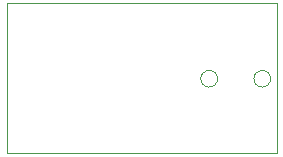
<source format=gko>
G75*
G70*
%OFA0B0*%
%FSLAX24Y24*%
%IPPOS*%
%LPD*%
%AMOC8*
5,1,8,0,0,1.08239X$1,22.5*
%
%ADD10C,0.0000*%
D10*
X000180Y000250D02*
X000180Y005250D01*
X009180Y005250D01*
X009180Y000250D01*
X000180Y000250D01*
X006632Y002750D02*
X006634Y002783D01*
X006640Y002815D01*
X006649Y002846D01*
X006662Y002876D01*
X006679Y002904D01*
X006699Y002930D01*
X006722Y002954D01*
X006747Y002974D01*
X006775Y002992D01*
X006804Y003006D01*
X006835Y003016D01*
X006867Y003023D01*
X006900Y003026D01*
X006933Y003025D01*
X006965Y003020D01*
X006996Y003011D01*
X007027Y002999D01*
X007055Y002983D01*
X007082Y002964D01*
X007106Y002942D01*
X007127Y002917D01*
X007146Y002890D01*
X007161Y002861D01*
X007172Y002831D01*
X007180Y002799D01*
X007184Y002766D01*
X007184Y002734D01*
X007180Y002701D01*
X007172Y002669D01*
X007161Y002639D01*
X007146Y002610D01*
X007127Y002583D01*
X007106Y002558D01*
X007082Y002536D01*
X007055Y002517D01*
X007027Y002501D01*
X006996Y002489D01*
X006965Y002480D01*
X006933Y002475D01*
X006900Y002474D01*
X006867Y002477D01*
X006835Y002484D01*
X006804Y002494D01*
X006775Y002508D01*
X006747Y002526D01*
X006722Y002546D01*
X006699Y002570D01*
X006679Y002596D01*
X006662Y002624D01*
X006649Y002654D01*
X006640Y002685D01*
X006634Y002717D01*
X006632Y002750D01*
X008404Y002750D02*
X008406Y002783D01*
X008412Y002815D01*
X008421Y002846D01*
X008434Y002876D01*
X008451Y002904D01*
X008471Y002930D01*
X008494Y002954D01*
X008519Y002974D01*
X008547Y002992D01*
X008576Y003006D01*
X008607Y003016D01*
X008639Y003023D01*
X008672Y003026D01*
X008705Y003025D01*
X008737Y003020D01*
X008768Y003011D01*
X008799Y002999D01*
X008827Y002983D01*
X008854Y002964D01*
X008878Y002942D01*
X008899Y002917D01*
X008918Y002890D01*
X008933Y002861D01*
X008944Y002831D01*
X008952Y002799D01*
X008956Y002766D01*
X008956Y002734D01*
X008952Y002701D01*
X008944Y002669D01*
X008933Y002639D01*
X008918Y002610D01*
X008899Y002583D01*
X008878Y002558D01*
X008854Y002536D01*
X008827Y002517D01*
X008799Y002501D01*
X008768Y002489D01*
X008737Y002480D01*
X008705Y002475D01*
X008672Y002474D01*
X008639Y002477D01*
X008607Y002484D01*
X008576Y002494D01*
X008547Y002508D01*
X008519Y002526D01*
X008494Y002546D01*
X008471Y002570D01*
X008451Y002596D01*
X008434Y002624D01*
X008421Y002654D01*
X008412Y002685D01*
X008406Y002717D01*
X008404Y002750D01*
M02*

</source>
